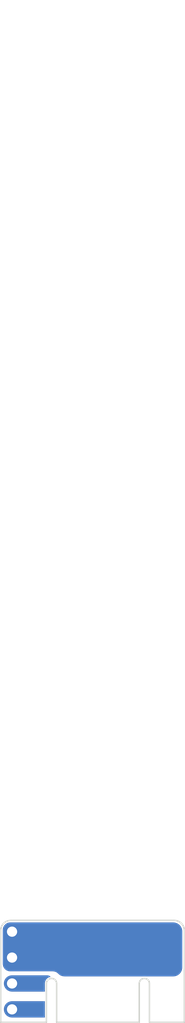
<source format=kicad_pcb>
(kicad_pcb (version 20241229) (generator "pcbnew") (generator_version "9.0")
  (layers (0 "F.Cu" signal) (2 "B.Cu" signal) (13 "F.Paste" user) (15 "B.Paste" user) (5 "F.SilkS" user "F.Silkscreen") (7 "B.SilkS" user "B.Silkscreen") (1 "F.Mask" user) (3 "B.Mask" user) (25 "Edge.Cuts" user))
  (net 0 "")
  (footprint "modules:v3.6-conn_top" (layer "F.Cu") (at 0 0)
    (property "Reference" "" (at 0 0 0) (layer "F.SilkS") (effects (font (size 1.524 1.524))))
    (property "Value" "" (at 0 0 0) (layer "F.SilkS") (effects (font (size 1.524 1.524))))
    (fp_poly (pts (xy -3.870046 97.930014) (xy -3.915438 97.931283) (xy -3.960167 97.935039) (xy -4.004163 97.941215) (xy -4.04736 97.949744) (xy -4.08969 97.960557) (xy -4.131086 97.973588) (xy -4.17148 97.988768) (xy -4.210804 98.00603) (xy -4.248991 98.025307) (xy -4.285974 98.046532) (xy -4.321685 98.069636) (xy -4.356057 98.094552) (xy -4.389021 98.121213) (xy -4.420511 98.149551) (xy -4.450458 98.179499) (xy -4.478796 98.210988) (xy -4.505457 98.243952) (xy -4.530374 98.278324) (xy -4.553478 98.314035) (xy -4.574702 98.351017) (xy -4.59398 98.389205) (xy -4.611242 98.428529) (xy -4.626423 98.468923) (xy -4.639453 98.510318) (xy -4.650266 98.552649) (xy -4.658795 98.595846) (xy -4.664971 98.639842) (xy -4.668728 98.68457) (xy -4.669997 98.729963) (xy -4.668728 98.775356) (xy -4.664972 98.820084) (xy -4.658795 98.864081) (xy -4.650267 98.907278) (xy -4.639454 98.949608) (xy -4.626423 98.991004) (xy -4.611243 99.031398) (xy -4.59398 99.070722) (xy -4.574703 99.10891) (xy -4.553479 99.145893) (xy -4.530375 99.181604) (xy -4.505458 99.215975) (xy -4.478797 99.248939) (xy -4.450459 99.280429) (xy -4.420512 99.310377) (xy -4.389022 99.338715) (xy -4.356058 99.365376) (xy -4.321686 99.390292) (xy -4.285975 99.413397) (xy -4.248992 99.434621) (xy -4.210805 99.453898) (xy -4.17148 99.471161) (xy -4.131086 99.486341) (xy -4.089691 99.499372) (xy -4.04736 99.510185) (xy -4.004163 99.518714) (xy -3.960167 99.52489) (xy -3.915438 99.528646) (xy -3.870046 99.529915) (xy -0.650606 99.529915) (xy -0.650606 97.930014) (xy -3.870046 97.930014)) (stroke (width 0.000001)) (fill yes) (layer "F.Cu"))
    (fp_poly (pts (xy -3.870046 95.390117) (xy -3.915438 95.391386) (xy -3.960167 95.395142) (xy -4.004163 95.401318) (xy -4.04736 95.409847) (xy -4.08969 95.42066) (xy -4.131086 95.433691) (xy -4.17148 95.448871) (xy -4.210804 95.466133) (xy -4.248991 95.48541) (xy -4.285974 95.506635) (xy -4.321685 95.529739) (xy -4.356057 95.554655) (xy -4.389021 95.581316) (xy -4.420511 95.609654) (xy -4.450458 95.639602) (xy -4.478796 95.671091) (xy -4.505457 95.704055) (xy -4.530374 95.738427) (xy -4.553478 95.774138) (xy -4.574702 95.81112) (xy -4.59398 95.849308) (xy -4.611242 95.888632) (xy -4.626423 95.929026) (xy -4.639453 95.970421) (xy -4.650266 96.012752) (xy -4.658795 96.055949) (xy -4.664971 96.099945) (xy -4.668728 96.144673) (xy -4.669997 96.190066) (xy -4.668728 96.235459) (xy -4.664972 96.280187) (xy -4.658795 96.324184) (xy -4.650267 96.367381) (xy -4.639454 96.409711) (xy -4.626423 96.451107) (xy -4.611243 96.491501) (xy -4.59398 96.530825) (xy -4.574703 96.569013) (xy -4.553479 96.605996) (xy -4.530375 96.641707) (xy -4.505458 96.676078) (xy -4.478797 96.709042) (xy -4.450459 96.740532) (xy -4.420512 96.77048) (xy -4.389022 96.798818) (xy -4.356058 96.825479) (xy -4.321686 96.850395) (xy -4.285975 96.8735) (xy -4.248992 96.894724) (xy -4.210805 96.914001) (xy -4.17148 96.931264) (xy -4.131086 96.946444) (xy -4.089691 96.959475) (xy -4.04736 96.970288) (xy -4.004163 96.978817) (xy -3.960167 96.984993) (xy -3.915438 96.988749) (xy -3.870046 96.990018) (xy -0.650606 96.990018) (xy -0.650606 96.199369) (xy -0.649642 96.15473) (xy -0.645701 96.110808) (xy -0.638878 96.067708) (xy -0.629263 96.025537) (xy -0.616949 95.984402) (xy -0.602029 95.944409) (xy -0.584595 95.905664) (xy -0.56474 95.868274) (xy -0.542555 95.832346) (xy -0.518134 95.797985) (xy -0.491568 95.765299) (xy -0.46295 95.734393) (xy -0.432373 95.705374) (xy -0.399928 95.678349) (xy -0.365708 95.653425) (xy -0.329806 95.630706) (xy -0.292314 95.610301) (xy -0.253324 95.592315) (xy -0.212928 95.576855) (xy -0.171219 95.564027) (xy -0.12829 95.553939) (xy -0.084233 95.546695) (xy -0.110033 95.516389) (xy -0.138621 95.488751) (xy -0.169798 95.464021) (xy -0.203363 95.442438) (xy -0.239114 95.424241) (xy -0.276851 95.409671) (xy -0.316375 95.398968) (xy -0.357483 95.39237) (xy -0.399976 95.390117) (xy -3.870046 95.390117)) (stroke (width 0.000001)) (fill yes) (layer "F.Cu"))
    (fp_poly (pts (xy -4.032826 90.200251) (xy -4.078474 90.201608) (xy -4.123381 90.205627) (xy -4.167471 90.212231) (xy -4.210666 90.221345) (xy -4.252889 90.232891) (xy -4.294064 90.246792) (xy -4.334113 90.262972) (xy -4.372959 90.281354) (xy -4.410525 90.301862) (xy -4.446735 90.324418) (xy -4.48151 90.348946) (xy -4.514775 90.375369) (xy -4.546452 90.40361) (xy -4.576464 90.433594) (xy -4.604735 90.465242) (xy -4.631186 90.498479) (xy -4.655741 90.533228) (xy -4.678323 90.569411) (xy -4.698855 90.606953) (xy -4.71726 90.645776) (xy -4.733461 90.685804) (xy -4.747381 90.72696) (xy -4.758943 90.769168) (xy -4.768069 90.81235) (xy -4.774684 90.85643) (xy -4.778709 90.901331) (xy -4.780067 90.946977) (xy -4.780067 94.252379) (xy -4.778708 94.298066) (xy -4.774682 94.343085) (xy -4.768065 94.387349) (xy -4.758936 94.430773) (xy -4.747371 94.47327) (xy -4.733448 94.514755) (xy -4.717243 94.555141) (xy -4.698833 94.594342) (xy -4.678297 94.632273) (xy -4.65571 94.668847) (xy -4.631151 94.703978) (xy -4.604696 94.73758) (xy -4.576422 94.769567) (xy -4.546407 94.799853) (xy -4.514727 94.828352) (xy -4.48146 94.854977) (xy -4.446683 94.879644) (xy -4.410473 94.902265) (xy -4.372907 94.922755) (xy -4.334062 94.941028) (xy -4.294016 94.956997) (xy -4.252846 94.970577) (xy -4.210628 94.981681) (xy -4.16744 94.990223) (xy -4.123359 94.996118) (xy -4.078462 94.99928) (xy -4.032826 94.999621) (xy -0.141935 94.999621) (xy 0.052885 94.999621) (xy 0.116586 95.001009) (xy 0.175367 95.005057) (xy 0.229563 95.011591) (xy 0.279511 95.020438) (xy 0.325547 95.031422) (xy 0.368009 95.04437) (xy 0.407233 95.059108) (xy 0.443555 95.075462) (xy 0.477313 95.093257) (xy 0.508842 95.11232) (xy 0.538479 95.132477) (xy 0.56656 95.153554) (xy 0.593424 95.175375) (xy 0.619405 95.197769) (xy 0.64484 95.22056) (xy 0.670067 95.243574) (xy 0.695422 95.266638) (xy 0.72124 95.289577) (xy 0.74786 95.312217) (xy 0.775617 95.334384) (xy 0.804848 95.355905) (xy 0.835889 95.376604) (xy 0.869078 95.396309) (xy 0.90475 95.414844) (xy 0.943243 95.432037) (xy 0.984893 95.447712) (xy 1.030036 95.461696) (xy 1.079009 95.473815) (xy 1.132149 95.483895) (xy 1.189793 95.491761) (xy 1.252276 95.49724) (xy 1.319935 95.500158) (xy 11.920212 95.500158) (xy 11.966661 95.498991) (xy 12.012483 95.495526) (xy 12.057622 95.48982) (xy 12.102023 95.481928) (xy 12.145631 95.471906) (xy 12.188389 95.459809) (xy 12.230242 95.445694) (xy 12.271135 95.429617) (xy 12.311012 95.411632) (xy 12.349817 95.391797) (xy 12.387495 95.370166) (xy 12.42399 95.346795) (xy 12.459247 95.32174) (xy 12.493209 95.295058) (xy 12.525823 95.266803) (xy 12.55703 95.237032) (xy 12.586778 95.205799) (xy 12.615009 95.173162) (xy 12.641668 95.139176) (xy 12.666699 95.103896) (xy 12.690048 95.067379) (xy 12.711657 95.02968) (xy 12.731473 94.990855) (xy 12.749439 94.950959) (xy 12.765499 94.910049) (xy 12.779598 94.86818) (xy 12.791681 94.825408) (xy 12.801691 94.781789) (xy 12.809574 94.737378) (xy 12.815273 94.692232) (xy 12.818733 94.646406) (xy 12.819899 94.599956) (xy 12.819899 91.099904) (xy 12.818733 91.053455) (xy 12.815273 91.007633) (xy 12.809574 90.962494) (xy 12.801691 90.918093) (xy 12.791681 90.874485) (xy 12.779598 90.831727) (xy 12.765499 90.789874) (xy 12.749439 90.748981) (xy 12.731473 90.709104) (xy 12.711657 90.670299) (xy 12.690048 90.632621) (xy 12.666699 90.596126) (xy 12.641668 90.560869) (xy 12.615009 90.526907) (xy 12.586778 90.494293) (xy 12.55703 90.463086) (xy 12.525823 90.433338) (xy 12.493209 90.405107) (xy 12.459247 90.378448) (xy 12.42399 90.353417) (xy 12.387495 90.330068) (xy 12.349817 90.308459) (xy 12.311012 90.288643) (xy 12.271135 90.270677) (xy 12.230242 90.254617) (xy 12.188389 90.240518) (xy 12.145631 90.228435) (xy 12.102023 90.218425) (xy 12.057622 90.210542) (xy 12.012483 90.204843) (xy 11.966661 90.201383) (xy 11.920212 90.200217) (xy 11.872662 90.200217) (xy -4.032826 90.200251)) (stroke (width 0.000001)) (fill yes) (layer "F.Cu"))
    (fp_poly (pts (xy -3.870046 97.930014) (xy -3.915438 97.931283) (xy -3.960167 97.935039) (xy -4.004163 97.941215) (xy -4.04736 97.949744) (xy -4.08969 97.960557) (xy -4.131086 97.973588) (xy -4.17148 97.988768) (xy -4.210804 98.00603) (xy -4.248991 98.025307) (xy -4.285974 98.046532) (xy -4.321685 98.069636) (xy -4.356057 98.094552) (xy -4.389021 98.121213) (xy -4.420511 98.149551) (xy -4.450458 98.179499) (xy -4.478796 98.210988) (xy -4.505457 98.243952) (xy -4.530374 98.278324) (xy -4.553478 98.314035) (xy -4.574702 98.351017) (xy -4.59398 98.389205) (xy -4.611242 98.428529) (xy -4.626423 98.468923) (xy -4.639453 98.510318) (xy -4.650266 98.552649) (xy -4.658795 98.595846) (xy -4.664971 98.639842) (xy -4.668728 98.68457) (xy -4.669997 98.729963) (xy -4.668728 98.775356) (xy -4.664972 98.820084) (xy -4.658795 98.864081) (xy -4.650267 98.907278) (xy -4.639454 98.949608) (xy -4.626423 98.991004) (xy -4.611243 99.031398) (xy -4.59398 99.070722) (xy -4.574703 99.10891) (xy -4.553479 99.145893) (xy -4.530375 99.181604) (xy -4.505458 99.215975) (xy -4.478797 99.248939) (xy -4.450459 99.280429) (xy -4.420512 99.310377) (xy -4.389022 99.338715) (xy -4.356058 99.365376) (xy -4.321686 99.390292) (xy -4.285975 99.413397) (xy -4.248992 99.434621) (xy -4.210805 99.453898) (xy -4.17148 99.471161) (xy -4.131086 99.486341) (xy -4.089691 99.499372) (xy -4.04736 99.510185) (xy -4.004163 99.518714) (xy -3.960167 99.52489) (xy -3.915438 99.528646) (xy -3.870046 99.529915) (xy -0.650606 99.529915) (xy -0.650606 97.930014) (xy -3.870046 97.930014)) (stroke (width 0.000001)) (fill yes) (layer "B.Cu"))
    (fp_poly (pts (xy -3.870046 95.390117) (xy -3.915438 95.391386) (xy -3.960167 95.395142) (xy -4.004163 95.401318) (xy -4.04736 95.409847) (xy -4.08969 95.42066) (xy -4.131086 95.433691) (xy -4.17148 95.448871) (xy -4.210804 95.466133) (xy -4.248991 95.48541) (xy -4.285974 95.506635) (xy -4.321685 95.529739) (xy -4.356057 95.554655) (xy -4.389021 95.581316) (xy -4.420511 95.609654) (xy -4.450458 95.639602) (xy -4.478796 95.671091) (xy -4.505457 95.704055) (xy -4.530374 95.738427) (xy -4.553478 95.774138) (xy -4.574702 95.81112) (xy -4.59398 95.849308) (xy -4.611242 95.888632) (xy -4.626423 95.929026) (xy -4.639453 95.970421) (xy -4.650266 96.012752) (xy -4.658795 96.055949) (xy -4.664971 96.099945) (xy -4.668728 96.144673) (xy -4.669997 96.190066) (xy -4.668728 96.235459) (xy -4.664972 96.280187) (xy -4.658795 96.324184) (xy -4.650267 96.367381) (xy -4.639454 96.409711) (xy -4.626423 96.451107) (xy -4.611243 96.491501) (xy -4.59398 96.530825) (xy -4.574703 96.569013) (xy -4.553479 96.605996) (xy -4.530375 96.641707) (xy -4.505458 96.676078) (xy -4.478797 96.709042) (xy -4.450459 96.740532) (xy -4.420512 96.77048) (xy -4.389022 96.798818) (xy -4.356058 96.825479) (xy -4.321686 96.850395) (xy -4.285975 96.8735) (xy -4.248992 96.894724) (xy -4.210805 96.914001) (xy -4.17148 96.931264) (xy -4.131086 96.946444) (xy -4.089691 96.959475) (xy -4.04736 96.970288) (xy -4.004163 96.978817) (xy -3.960167 96.984993) (xy -3.915438 96.988749) (xy -3.870046 96.990018) (xy -0.650606 96.990018) (xy -0.650606 96.199369) (xy -0.649642 96.15473) (xy -0.645701 96.110808) (xy -0.638878 96.067708) (xy -0.629263 96.025537) (xy -0.616949 95.984402) (xy -0.602029 95.944409) (xy -0.584595 95.905664) (xy -0.56474 95.868274) (xy -0.542555 95.832346) (xy -0.518134 95.797985) (xy -0.491568 95.765299) (xy -0.46295 95.734393) (xy -0.432373 95.705374) (xy -0.399928 95.678349) (xy -0.365708 95.653425) (xy -0.329806 95.630706) (xy -0.292314 95.610301) (xy -0.253324 95.592315) (xy -0.212928 95.576855) (xy -0.171219 95.564027) (xy -0.12829 95.553939) (xy -0.084233 95.546695) (xy -0.110033 95.516389) (xy -0.138621 95.488751) (xy -0.169798 95.464021) (xy -0.203363 95.442438) (xy -0.239114 95.424241) (xy -0.276851 95.409671) (xy -0.316375 95.398968) (xy -0.357483 95.39237) (xy -0.399976 95.390117) (xy -3.870046 95.390117)) (stroke (width 0.000001)) (fill yes) (layer "B.Cu"))
    (fp_poly (pts (xy -4.032826 90.200251) (xy -4.078474 90.201608) (xy -4.123381 90.205627) (xy -4.167471 90.212231) (xy -4.210666 90.221345) (xy -4.252889 90.232891) (xy -4.294064 90.246792) (xy -4.334113 90.262972) (xy -4.372959 90.281354) (xy -4.410525 90.301862) (xy -4.446735 90.324418) (xy -4.48151 90.348946) (xy -4.514775 90.375369) (xy -4.546452 90.40361) (xy -4.576464 90.433594) (xy -4.604735 90.465242) (xy -4.631186 90.498479) (xy -4.655741 90.533228) (xy -4.678323 90.569411) (xy -4.698855 90.606953) (xy -4.71726 90.645776) (xy -4.733461 90.685804) (xy -4.747381 90.72696) (xy -4.758943 90.769168) (xy -4.768069 90.81235) (xy -4.774684 90.85643) (xy -4.778709 90.901331) (xy -4.780067 90.946977) (xy -4.780067 94.252379) (xy -4.778708 94.298066) (xy -4.774682 94.343085) (xy -4.768065 94.387349) (xy -4.758936 94.430773) (xy -4.747371 94.47327) (xy -4.733448 94.514755) (xy -4.717243 94.555141) (xy -4.698833 94.594342) (xy -4.678297 94.632273) (xy -4.65571 94.668847) (xy -4.631151 94.703978) (xy -4.604696 94.73758) (xy -4.576422 94.769567) (xy -4.546407 94.799853) (xy -4.514727 94.828352) (xy -4.48146 94.854977) (xy -4.446683 94.879644) (xy -4.410473 94.902265) (xy -4.372907 94.922755) (xy -4.334062 94.941028) (xy -4.294016 94.956997) (xy -4.252846 94.970577) (xy -4.210628 94.981681) (xy -4.16744 94.990223) (xy -4.123359 94.996118) (xy -4.078462 94.99928) (xy -4.032826 94.999621) (xy -0.141935 94.999621) (xy 0.052885 94.999621) (xy 0.116586 95.001009) (xy 0.175367 95.005057) (xy 0.229563 95.011591) (xy 0.279511 95.020438) (xy 0.325547 95.031422) (xy 0.368009 95.04437) (xy 0.407233 95.059108) (xy 0.443555 95.075462) (xy 0.477313 95.093257) (xy 0.508842 95.11232) (xy 0.538479 95.132477) (xy 0.56656 95.153554) (xy 0.593424 95.175375) (xy 0.619405 95.197769) (xy 0.64484 95.22056) (xy 0.670067 95.243574) (xy 0.695422 95.266638) (xy 0.72124 95.289577) (xy 0.74786 95.312217) (xy 0.775617 95.334384) (xy 0.804848 95.355905) (xy 0.835889 95.376604) (xy 0.869078 95.396309) (xy 0.90475 95.414844) (xy 0.943243 95.432037) (xy 0.984893 95.447712) (xy 1.030036 95.461696) (xy 1.079009 95.473815) (xy 1.132149 95.483895) (xy 1.189793 95.491761) (xy 1.252276 95.49724) (xy 1.319935 95.500158) (xy 11.920212 95.500158) (xy 11.966661 95.498991) (xy 12.012483 95.495526) (xy 12.057622 95.48982) (xy 12.102023 95.481928) (xy 12.145631 95.471906) (xy 12.188389 95.459809) (xy 12.230242 95.445694) (xy 12.271135 95.429617) (xy 12.311012 95.411632) (xy 12.349817 95.391797) (xy 12.387495 95.370166) (xy 12.42399 95.346795) (xy 12.459247 95.32174) (xy 12.493209 95.295058) (xy 12.525823 95.266803) (xy 12.55703 95.237032) (xy 12.586778 95.205799) (xy 12.615009 95.173162) (xy 12.641668 95.139176) (xy 12.666699 95.103896) (xy 12.690048 95.067379) (xy 12.711657 95.02968) (xy 12.731473 94.990855) (xy 12.749439 94.950959) (xy 12.765499 94.910049) (xy 12.779598 94.86818) (xy 12.791681 94.825408) (xy 12.801691 94.781789) (xy 12.809574 94.737378) (xy 12.815273 94.692232) (xy 12.818733 94.646406) (xy 12.819899 94.599956) (xy 12.819899 91.099904) (xy 12.818733 91.053455) (xy 12.815273 91.007633) (xy 12.809574 90.962494) (xy 12.801691 90.918093) (xy 12.791681 90.874485) (xy 12.779598 90.831727) (xy 12.765499 90.789874) (xy 12.749439 90.748981) (xy 12.731473 90.709104) (xy 12.711657 90.670299) (xy 12.690048 90.632621) (xy 12.666699 90.596126) (xy 12.641668 90.560869) (xy 12.615009 90.526907) (xy 12.586778 90.494293) (xy 12.55703 90.463086) (xy 12.525823 90.433338) (xy 12.493209 90.405107) (xy 12.459247 90.378448) (xy 12.42399 90.353417) (xy 12.387495 90.330068) (xy 12.349817 90.308459) (xy 12.311012 90.288643) (xy 12.271135 90.270677) (xy 12.230242 90.254617) (xy 12.188389 90.240518) (xy 12.145631 90.228435) (xy 12.102023 90.218425) (xy 12.057622 90.210542) (xy 12.012483 90.204843) (xy 11.966661 90.201383) (xy 11.920212 90.200217) (xy 11.872662 90.200217) (xy -4.032826 90.200251)) (stroke (width 0.000001)) (fill yes) (layer "B.Cu"))
    (fp_line (start -4.979969 91.000129) (end -4.979969 100.0001) (stroke (width 0.141421)) (layer "Edge.Cuts"))
    (fp_line (start -4.979969 100.0001) (end -0.500228 100.0001) (stroke (width 0.141421)) (layer "Edge.Cuts"))
    (fp_line (start -4.978673 90.948518) (end -4.979969 91.000129) (stroke (width 0.141421)) (layer "Edge.Cuts"))
    (fp_line (start -4.974826 90.897603) (end -4.978673 90.948518) (stroke (width 0.141421)) (layer "Edge.Cuts"))
    (fp_line (start -4.96849 90.847444) (end -4.974826 90.897603) (stroke (width 0.141421)) (layer "Edge.Cuts"))
    (fp_line (start -4.959726 90.798104) (end -4.96849 90.847444) (stroke (width 0.141421)) (layer "Edge.Cuts"))
    (fp_line (start -4.948597 90.749645) (end -4.959726 90.798104) (stroke (width 0.141421)) (layer "Edge.Cuts"))
    (fp_line (start -4.935164 90.702128) (end -4.948597 90.749645) (stroke (width 0.141421)) (layer "Edge.Cuts"))
    (fp_line (start -4.919489 90.655616) (end -4.935164 90.702128) (stroke (width 0.141421)) (layer "Edge.Cuts"))
    (fp_line (start -4.901635 90.61017) (end -4.919489 90.655616) (stroke (width 0.141421)) (layer "Edge.Cuts"))
    (fp_line (start -4.881663 90.565852) (end -4.901635 90.61017) (stroke (width 0.141421)) (layer "Edge.Cuts"))
    (fp_line (start -4.859634 90.522723) (end -4.881663 90.565852) (stroke (width 0.141421)) (layer "Edge.Cuts"))
    (fp_line (start -4.835612 90.480847) (end -4.859634 90.522723) (stroke (width 0.141421)) (layer "Edge.Cuts"))
    (fp_line (start -4.809657 90.440285) (end -4.835612 90.480847) (stroke (width 0.141421)) (layer "Edge.Cuts"))
    (fp_line (start -4.781831 90.401098) (end -4.809657 90.440285) (stroke (width 0.141421)) (layer "Edge.Cuts"))
    (fp_line (start -4.752197 90.363348) (end -4.781831 90.401098) (stroke (width 0.141421)) (layer "Edge.Cuts"))
    (fp_line (start -4.720816 90.327098) (end -4.752197 90.363348) (stroke (width 0.141421)) (layer "Edge.Cuts"))
    (fp_line (start -4.68775 90.292409) (end -4.720816 90.327098) (stroke (width 0.141421)) (layer "Edge.Cuts"))
    (fp_line (start -4.653061 90.259343) (end -4.68775 90.292409) (stroke (width 0.141421)) (layer "Edge.Cuts"))
    (fp_line (start -4.616811 90.227962) (end -4.653061 90.259343) (stroke (width 0.141421)) (layer "Edge.Cuts"))
    (fp_line (start -4.579061 90.198328) (end -4.616811 90.227962) (stroke (width 0.141421)) (layer "Edge.Cuts"))
    (fp_line (start -4.539875 90.170502) (end -4.579061 90.198328) (stroke (width 0.141421)) (layer "Edge.Cuts"))
    (fp_line (start -4.499312 90.144547) (end -4.539875 90.170502) (stroke (width 0.141421)) (layer "Edge.Cuts"))
    (fp_line (start -4.457436 90.120524) (end -4.499312 90.144547) (stroke (width 0.141421)) (layer "Edge.Cuts"))
    (fp_line (start -4.414308 90.098496) (end -4.457436 90.120524) (stroke (width 0.141421)) (layer "Edge.Cuts"))
    (fp_line (start -4.36999 90.078523) (end -4.414308 90.098496) (stroke (width 0.141421)) (layer "Edge.Cuts"))
    (fp_line (start -4.324544 90.060669) (end -4.36999 90.078523) (stroke (width 0.141421)) (layer "Edge.Cuts"))
    (fp_line (start -4.278031 90.044994) (end -4.324544 90.060669) (stroke (width 0.141421)) (layer "Edge.Cuts"))
    (fp_line (start -4.230515 90.031562) (end -4.278031 90.044994) (stroke (width 0.141421)) (layer "Edge.Cuts"))
    (fp_line (start -4.182055 90.020433) (end -4.230515 90.031562) (stroke (width 0.141421)) (layer "Edge.Cuts"))
    (fp_line (start -4.132715 90.011669) (end -4.182055 90.020433) (stroke (width 0.141421)) (layer "Edge.Cuts"))
    (fp_line (start -4.082557 90.005332) (end -4.132715 90.011669) (stroke (width 0.141421)) (layer "Edge.Cuts"))
    (fp_line (start -4.031641 90.001485) (end -4.082557 90.005332) (stroke (width 0.141421)) (layer "Edge.Cuts"))
    (fp_line (start -3.980031 90.000189) (end -4.031641 90.001485) (stroke (width 0.141421)) (layer "Edge.Cuts"))
    (fp_line (start -0.500228 96.199295) (end -0.498731 96.153861) (stroke (width 0.141421)) (layer "Edge.Cuts"))
    (fp_line (start -0.500228 100.0001) (end -0.500228 96.199295) (stroke (width 0.141421)) (layer "Edge.Cuts"))
    (fp_line (start -0.498731 96.153861) (end -0.493268 96.109518) (stroke (width 0.141421)) (layer "Edge.Cuts"))
    (fp_line (start -0.493268 96.109518) (end -0.484013 96.066442) (stroke (width 0.141421)) (layer "Edge.Cuts"))
    (fp_line (start -0.484013 96.066442) (end -0.471138 96.024813) (stroke (width 0.141421)) (layer "Edge.Cuts"))
    (fp_line (start -0.471138 96.024813) (end -0.454817 95.984807) (stroke (width 0.141421)) (layer "Edge.Cuts"))
    (fp_line (start -0.454817 95.984807) (end -0.435222 95.946603) (stroke (width 0.141421)) (layer "Edge.Cuts"))
    (fp_line (start -0.435222 95.946603) (end -0.412527 95.910378) (stroke (width 0.141421)) (layer "Edge.Cuts"))
    (fp_line (start -0.412527 95.910378) (end -0.386905 95.87631) (stroke (width 0.141421)) (layer "Edge.Cuts"))
    (fp_line (start -0.386905 95.87631) (end -0.358528 95.844577) (stroke (width 0.141421)) (layer "Edge.Cuts"))
    (fp_line (start -0.358528 95.844577) (end -0.32757 95.815356) (stroke (width 0.141421)) (layer "Edge.Cuts"))
    (fp_line (start -0.32757 95.815356) (end -0.294204 95.788826) (stroke (width 0.141421)) (layer "Edge.Cuts"))
    (fp_line (start -0.294204 95.788826) (end -0.258603 95.765164) (stroke (width 0.141421)) (layer "Edge.Cuts"))
    (fp_line (start -0.258603 95.765164) (end -0.22094 95.744549) (stroke (width 0.141421)) (layer "Edge.Cuts"))
    (fp_line (start -0.22094 95.744549) (end -0.181388 95.727157) (stroke (width 0.141421)) (layer "Edge.Cuts"))
    (fp_line (start -0.181388 95.727157) (end -0.14012 95.713166) (stroke (width 0.141421)) (layer "Edge.Cuts"))
    (fp_line (start -0.14012 95.713166) (end -0.097309 95.702755) (stroke (width 0.141421)) (layer "Edge.Cuts"))
    (fp_line (start -0.097309 95.702755) (end -0.053129 95.696101) (stroke (width 0.141421)) (layer "Edge.Cuts"))
    (fp_line (start -0.053129 95.696101) (end -0.007751 95.693382) (stroke (width 0.141421)) (layer "Edge.Cuts"))
    (fp_line (start -0.007751 95.693382) (end 0.038667 95.694761) (stroke (width 0.141421)) (layer "Edge.Cuts"))
    (fp_line (start 0.038667 95.694761) (end 0.083938 95.700276) (stroke (width 0.141421)) (layer "Edge.Cuts"))
    (fp_line (start 0.083938 95.700276) (end 0.127877 95.70974) (stroke (width 0.141421)) (layer "Edge.Cuts"))
    (fp_line (start 0.127877 95.70974) (end 0.170297 95.722967) (stroke (width 0.141421)) (layer "Edge.Cuts"))
    (fp_line (start 0.170297 95.722967) (end 0.211011 95.739772) (stroke (width 0.141421)) (layer "Edge.Cuts"))
    (fp_line (start 0.211011 95.739772) (end 0.249833 95.759969) (stroke (width 0.141421)) (layer "Edge.Cuts"))
    (fp_line (start 0.249833 95.759969) (end 0.286576 95.783372) (stroke (width 0.141421)) (layer "Edge.Cuts"))
    (fp_line (start 0.286576 95.783372) (end 0.321054 95.809796) (stroke (width 0.141421)) (layer "Edge.Cuts"))
    (fp_line (start 0.321054 95.809796) (end 0.35308 95.839054) (stroke (width 0.141421)) (layer "Edge.Cuts"))
    (fp_line (start 0.35308 95.839054) (end 0.382469 95.870962) (stroke (width 0.141421)) (layer "Edge.Cuts"))
    (fp_line (start 0.382469 95.870962) (end 0.409032 95.905333) (stroke (width 0.141421)) (layer "Edge.Cuts"))
    (fp_line (start 0.409032 95.905333) (end 0.432585 95.941981) (stroke (width 0.141421)) (layer "Edge.Cuts"))
    (fp_line (start 0.432585 95.941981) (end 0.45294 95.980721) (stroke (width 0.141421)) (layer "Edge.Cuts"))
    (fp_line (start 0.45294 95.980721) (end 0.469912 96.021367) (stroke (width 0.141421)) (layer "Edge.Cuts"))
    (fp_line (start 0.469912 96.021367) (end 0.483312 96.063733) (stroke (width 0.141421)) (layer "Edge.Cuts"))
    (fp_line (start 0.483312 96.063733) (end 0.492956 96.107633) (stroke (width 0.141421)) (layer "Edge.Cuts"))
    (fp_line (start 0.492956 96.107633) (end 0.498657 96.152883) (stroke (width 0.141421)) (layer "Edge.Cuts"))
    (fp_line (start 0.498657 96.152883) (end 0.500228 96.199295) (stroke (width 0.141421)) (layer "Edge.Cuts"))
    (fp_line (start 0.500228 96.199295) (end 0.500228 100.0001) (stroke (width 0.141421)) (layer "Edge.Cuts"))
    (fp_line (start 0.500228 100.0001) (end 8.599992 100.0001) (stroke (width 0.141421)) (layer "Edge.Cuts"))
    (fp_line (start 8.599992 96.199295) (end 8.601489 96.153861) (stroke (width 0.141421)) (layer "Edge.Cuts"))
    (fp_line (start 8.599992 100.0001) (end 8.599992 96.199295) (stroke (width 0.141421)) (layer "Edge.Cuts"))
    (fp_line (start 8.601489 96.153861) (end 8.606952 96.109518) (stroke (width 0.141421)) (layer "Edge.Cuts"))
    (fp_line (start 8.606952 96.109518) (end 8.616207 96.066442) (stroke (width 0.141421)) (layer "Edge.Cuts"))
    (fp_line (start 8.616207 96.066442) (end 8.629082 96.024813) (stroke (width 0.141421)) (layer "Edge.Cuts"))
    (fp_line (start 8.629082 96.024813) (end 8.645403 95.984807) (stroke (width 0.141421)) (layer "Edge.Cuts"))
    (fp_line (start 8.645403 95.984807) (end 8.664998 95.946603) (stroke (width 0.141421)) (layer "Edge.Cuts"))
    (fp_line (start 8.664998 95.946603) (end 8.687693 95.910378) (stroke (width 0.141421)) (layer "Edge.Cuts"))
    (fp_line (start 8.687693 95.910378) (end 8.713316 95.87631) (stroke (width 0.141421)) (layer "Edge.Cuts"))
    (fp_line (start 8.713316 95.87631) (end 8.741692 95.844577) (stroke (width 0.141421)) (layer "Edge.Cuts"))
    (fp_line (start 8.741692 95.844577) (end 8.77265 95.815356) (stroke (width 0.141421)) (layer "Edge.Cuts"))
    (fp_line (start 8.77265 95.815356) (end 8.806016 95.788826) (stroke (width 0.141421)) (layer "Edge.Cuts"))
    (fp_line (start 8.806016 95.788826) (end 8.841617 95.765164) (stroke (width 0.141421)) (layer "Edge.Cuts"))
    (fp_line (start 8.841617 95.765164) (end 8.87928 95.744549) (stroke (width 0.141421)) (layer "Edge.Cuts"))
    (fp_line (start 8.87928 95.744549) (end 8.918832 95.727157) (stroke (width 0.141421)) (layer "Edge.Cuts"))
    (fp_line (start 8.918832 95.727157) (end 8.9601 95.713166) (stroke (width 0.141421)) (layer "Edge.Cuts"))
    (fp_line (start 8.9601 95.713166) (end 9.00291 95.702755) (stroke (width 0.141421)) (layer "Edge.Cuts"))
    (fp_line (start 9.00291 95.702755) (end 9.047091 95.696101) (stroke (width 0.141421)) (layer "Edge.Cuts"))
    (fp_line (start 9.047091 95.696101) (end 9.092468 95.693382) (stroke (width 0.141421)) (layer "Edge.Cuts"))
    (fp_line (start 9.092468 95.693382) (end 9.138851 95.694808) (stroke (width 0.141421)) (layer "Edge.Cuts"))
    (fp_line (start 9.138851 95.694808) (end 9.184087 95.700362) (stroke (width 0.141421)) (layer "Edge.Cuts"))
    (fp_line (start 9.184087 95.700362) (end 9.227988 95.709858) (stroke (width 0.141421)) (layer "Edge.Cuts"))
    (fp_line (start 9.227988 95.709858) (end 9.270369 95.723112) (stroke (width 0.141421)) (layer "Edge.Cuts"))
    (fp_line (start 9.270369 95.723112) (end 9.311044 95.739937) (stroke (width 0.141421)) (layer "Edge.Cuts"))
    (fp_line (start 9.311044 95.739937) (end 9.349827 95.760148) (stroke (width 0.141421)) (layer "Edge.Cuts"))
    (fp_line (start 9.349827 95.760148) (end 9.386532 95.78356) (stroke (width 0.141421)) (layer "Edge.Cuts"))
    (fp_line (start 9.386532 95.78356) (end 9.420973 95.809987) (stroke (width 0.141421)) (layer "Edge.Cuts"))
    (fp_line (start 9.420973 95.809987) (end 9.452963 95.839244) (stroke (width 0.141421)) (layer "Edge.Cuts"))
    (fp_line (start 9.452963 95.839244) (end 9.482318 95.871145) (stroke (width 0.141421)) (layer "Edge.Cuts"))
    (fp_line (start 9.482318 95.871145) (end 9.50885 95.905506) (stroke (width 0.141421)) (layer "Edge.Cuts"))
    (fp_line (start 9.50885 95.905506) (end 9.532374 95.942139) (stroke (width 0.141421)) (layer "Edge.Cuts"))
    (fp_line (start 9.532374 95.942139) (end 9.552704 95.98086) (stroke (width 0.141421)) (layer "Edge.Cuts"))
    (fp_line (start 9.552704 95.98086) (end 9.569654 96.021484) (stroke (width 0.141421)) (layer "Edge.Cuts"))
    (fp_line (start 9.569654 96.021484) (end 9.583037 96.063825) (stroke (width 0.141421)) (layer "Edge.Cuts"))
    (fp_line (start 9.583037 96.063825) (end 9.592669 96.107698) (stroke (width 0.141421)) (layer "Edge.Cuts"))
    (fp_line (start 9.592669 96.107698) (end 9.598362 96.152916) (stroke (width 0.141421)) (layer "Edge.Cuts"))
    (fp_line (start 9.598362 96.152916) (end 9.599931 96.199295) (stroke (width 0.141421)) (layer "Edge.Cuts"))
    (fp_line (start 9.599931 96.199295) (end 9.599931 100.0001) (stroke (width 0.141421)) (layer "Edge.Cuts"))
    (fp_line (start 9.599931 100.0001) (end 13.019877 100.0001) (stroke (width 0.141421)) (layer "Edge.Cuts"))
    (fp_line (start 12.019939 90.000189) (end -3.980031 90.000189) (stroke (width 0.141421)) (layer "Edge.Cuts"))
    (fp_line (start 12.07155 90.001485) (end 12.019939 90.000189) (stroke (width 0.141421)) (layer "Edge.Cuts"))
    (fp_line (start 12.122465 90.005332) (end 12.07155 90.001485) (stroke (width 0.141421)) (layer "Edge.Cuts"))
    (fp_line (start 12.172624 90.011669) (end 12.122465 90.005332) (stroke (width 0.141421)) (layer "Edge.Cuts"))
    (fp_line (start 12.221963 90.020433) (end 12.172624 90.011669) (stroke (width 0.141421)) (layer "Edge.Cuts"))
    (fp_line (start 12.270423 90.031562) (end 12.221963 90.020433) (stroke (width 0.141421)) (layer "Edge.Cuts"))
    (fp_line (start 12.317939 90.044994) (end 12.270423 90.031562) (stroke (width 0.141421)) (layer "Edge.Cuts"))
    (fp_line (start 12.364452 90.060669) (end 12.317939 90.044994) (stroke (width 0.141421)) (layer "Edge.Cuts"))
    (fp_line (start 12.409898 90.078523) (end 12.364452 90.060669) (stroke (width 0.141421)) (layer "Edge.Cuts"))
    (fp_line (start 12.454216 90.098496) (end 12.409898 90.078523) (stroke (width 0.141421)) (layer "Edge.Cuts"))
    (fp_line (start 12.497344 90.120524) (end 12.454216 90.098496) (stroke (width 0.141421)) (layer "Edge.Cuts"))
    (fp_line (start 12.53922 90.144547) (end 12.497344 90.120524) (stroke (width 0.141421)) (layer "Edge.Cuts"))
    (fp_line (start 12.579782 90.170502) (end 12.53922 90.144547) (stroke (width 0.141421)) (layer "Edge.Cuts"))
    (fp_line (start 12.618969 90.198328) (end 12.579782 90.170502) (stroke (width 0.141421)) (layer "Edge.Cuts"))
    (fp_line (start 12.656719 90.227962) (end 12.618969 90.198328) (stroke (width 0.141421)) (layer "Edge.Cuts"))
    (fp_line (start 12.692969 90.259343) (end 12.656719 90.227962) (stroke (width 0.141421)) (layer "Edge.Cuts"))
    (fp_line (start 12.727658 90.292409) (end 12.692969 90.259343) (stroke (width 0.141421)) (layer "Edge.Cuts"))
    (fp_line (start 12.760724 90.327098) (end 12.727658 90.292409) (stroke (width 0.141421)) (layer "Edge.Cuts"))
    (fp_line (start 12.792105 90.363348) (end 12.760724 90.327098) (stroke (width 0.141421)) (layer "Edge.Cuts"))
    (fp_line (start 12.821739 90.401098) (end 12.792105 90.363348) (stroke (width 0.141421)) (layer "Edge.Cuts"))
    (fp_line (start 12.849564 90.440285) (end 12.821739 90.401098) (stroke (width 0.141421)) (layer "Edge.Cuts"))
    (fp_line (start 12.875519 90.480847) (end 12.849564 90.440285) (stroke (width 0.141421)) (layer "Edge.Cuts"))
    (fp_line (start 12.899542 90.522723) (end 12.875519 90.480847) (stroke (width 0.141421)) (layer "Edge.Cuts"))
    (fp_line (start 12.92157 90.565852) (end 12.899542 90.522723) (stroke (width 0.141421)) (layer "Edge.Cuts"))
    (fp_line (start 12.941543 90.61017) (end 12.92157 90.565852) (stroke (width 0.141421)) (layer "Edge.Cuts"))
    (fp_line (start 12.959397 90.655616) (end 12.941543 90.61017) (stroke (width 0.141421)) (layer "Edge.Cuts"))
    (fp_line (start 12.975072 90.702128) (end 12.959397 90.655616) (stroke (width 0.141421)) (layer "Edge.Cuts"))
    (fp_line (start 12.988504 90.749645) (end 12.975072 90.702128) (stroke (width 0.141421)) (layer "Edge.Cuts"))
    (fp_line (start 12.999634 90.798104) (end 12.988504 90.749645) (stroke (width 0.141421)) (layer "Edge.Cuts"))
    (fp_line (start 13.008397 90.847444) (end 12.999634 90.798104) (stroke (width 0.141421)) (layer "Edge.Cuts"))
    (fp_line (start 13.014734 90.897603) (end 13.008397 90.847444) (stroke (width 0.141421)) (layer "Edge.Cuts"))
    (fp_line (start 13.018581 90.948518) (end 13.014734 90.897603) (stroke (width 0.141421)) (layer "Edge.Cuts"))
    (fp_line (start 13.019877 91.000129) (end 13.018581 90.948518) (stroke (width 0.141421)) (layer "Edge.Cuts"))
    (fp_line (start 13.019877 100.0001) (end 13.019877 91.000129) (stroke (width 0.141421)) (layer "Edge.Cuts"))
    (pad "1" thru_hole circle (at -3.87 91.110001) (size 1.1 1.1) (drill 1) (layers "*.Cu" "*.Mask"))
    (pad "1" thru_hole circle (at -3.87 93.650002) (size 1.1 1.1) (drill 1) (layers "*.Cu" "*.Mask"))
    (pad "1" thru_hole circle (at -3.87 96.190002) (size 1.1 1.1) (drill 1) (layers "*.Cu" "*.Mask"))
    (pad "1" thru_hole circle (at -3.87 98.730003) (size 1.1 1.1) (drill 1) (layers "*.Cu" "*.Mask"))
  )
)
</source>
